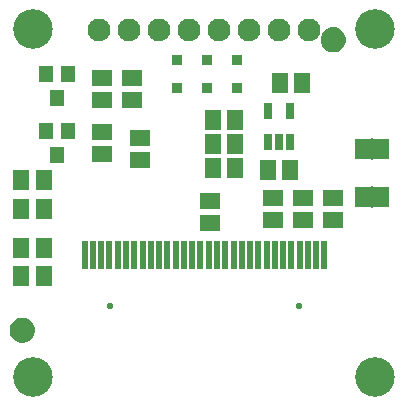
<source format=gbr>
G04 EAGLE Gerber RS-274X export*
G75*
%MOMM*%
%FSLAX34Y34*%
%LPD*%
%INSoldermask Bottom*%
%IPPOS*%
%AMOC8*
5,1,8,0,0,1.08239X$1,22.5*%
G01*
%ADD10R,0.502400X2.352400*%
%ADD11C,0.552400*%
%ADD12R,1.320800X1.752600*%
%ADD13R,0.152400X1.828800*%
%ADD14R,1.652400X1.452400*%
%ADD15R,0.702400X1.352400*%
%ADD16R,1.452400X1.652400*%
%ADD17R,0.952400X0.952400*%
%ADD18R,1.152400X1.422400*%
%ADD19C,1.930400*%
%ADD20C,3.352400*%

G36*
X286312Y305480D02*
X286312Y305480D01*
X286355Y305492D01*
X286421Y305499D01*
X288104Y305950D01*
X288145Y305969D01*
X288208Y305988D01*
X289788Y306725D01*
X289825Y306751D01*
X289884Y306780D01*
X291312Y307780D01*
X291343Y307812D01*
X291396Y307851D01*
X292629Y309084D01*
X292654Y309120D01*
X292700Y309168D01*
X293700Y310596D01*
X293718Y310637D01*
X293755Y310692D01*
X294492Y312272D01*
X294503Y312315D01*
X294530Y312376D01*
X294981Y314059D01*
X294983Y314090D01*
X294990Y314112D01*
X294990Y314127D01*
X295000Y314168D01*
X295152Y315905D01*
X295148Y315949D01*
X295152Y316015D01*
X295000Y317752D01*
X294988Y317795D01*
X294981Y317861D01*
X294530Y319544D01*
X294511Y319585D01*
X294492Y319648D01*
X293755Y321228D01*
X293729Y321265D01*
X293700Y321324D01*
X292700Y322752D01*
X292668Y322783D01*
X292629Y322836D01*
X291396Y324069D01*
X291360Y324094D01*
X291312Y324140D01*
X289884Y325140D01*
X289843Y325158D01*
X289788Y325195D01*
X288208Y325932D01*
X288165Y325943D01*
X288104Y325970D01*
X286421Y326421D01*
X286376Y326424D01*
X286312Y326440D01*
X284575Y326592D01*
X284531Y326588D01*
X284465Y326592D01*
X282728Y326440D01*
X282685Y326428D01*
X282619Y326421D01*
X280936Y325970D01*
X280895Y325951D01*
X280832Y325932D01*
X279252Y325195D01*
X279215Y325169D01*
X279156Y325140D01*
X277728Y324140D01*
X277697Y324108D01*
X277644Y324069D01*
X276411Y322836D01*
X276386Y322800D01*
X276340Y322752D01*
X275340Y321324D01*
X275322Y321283D01*
X275285Y321228D01*
X274548Y319648D01*
X274537Y319605D01*
X274510Y319544D01*
X274059Y317861D01*
X274056Y317816D01*
X274040Y317752D01*
X273888Y316015D01*
X273892Y315971D01*
X273888Y315905D01*
X274040Y314168D01*
X274052Y314125D01*
X274056Y314091D01*
X274056Y314075D01*
X274058Y314070D01*
X274059Y314059D01*
X274510Y312376D01*
X274529Y312335D01*
X274548Y312272D01*
X275285Y310692D01*
X275311Y310655D01*
X275340Y310596D01*
X276340Y309168D01*
X276372Y309137D01*
X276411Y309084D01*
X277644Y307851D01*
X277680Y307826D01*
X277728Y307780D01*
X279156Y306780D01*
X279197Y306762D01*
X279252Y306725D01*
X280832Y305988D01*
X280875Y305977D01*
X280936Y305950D01*
X282619Y305499D01*
X282664Y305496D01*
X282728Y305480D01*
X284465Y305328D01*
X284509Y305332D01*
X284575Y305328D01*
X286312Y305480D01*
G37*
G36*
X22902Y59520D02*
X22902Y59520D01*
X22945Y59532D01*
X23011Y59539D01*
X24694Y59990D01*
X24735Y60009D01*
X24798Y60028D01*
X26378Y60765D01*
X26415Y60791D01*
X26474Y60820D01*
X27902Y61820D01*
X27933Y61852D01*
X27986Y61891D01*
X29219Y63124D01*
X29244Y63160D01*
X29290Y63208D01*
X30290Y64636D01*
X30308Y64677D01*
X30345Y64732D01*
X31082Y66312D01*
X31093Y66355D01*
X31120Y66416D01*
X31571Y68099D01*
X31573Y68130D01*
X31580Y68152D01*
X31580Y68167D01*
X31590Y68208D01*
X31742Y69945D01*
X31738Y69989D01*
X31742Y70055D01*
X31590Y71792D01*
X31578Y71835D01*
X31571Y71901D01*
X31120Y73584D01*
X31101Y73625D01*
X31082Y73688D01*
X30345Y75268D01*
X30319Y75305D01*
X30290Y75364D01*
X29290Y76792D01*
X29258Y76823D01*
X29219Y76876D01*
X27986Y78109D01*
X27950Y78134D01*
X27902Y78180D01*
X26474Y79180D01*
X26433Y79198D01*
X26378Y79235D01*
X24798Y79972D01*
X24755Y79983D01*
X24694Y80010D01*
X23011Y80461D01*
X22966Y80464D01*
X22902Y80480D01*
X21165Y80632D01*
X21121Y80628D01*
X21055Y80632D01*
X19318Y80480D01*
X19275Y80468D01*
X19209Y80461D01*
X17526Y80010D01*
X17485Y79991D01*
X17422Y79972D01*
X15842Y79235D01*
X15805Y79209D01*
X15746Y79180D01*
X14318Y78180D01*
X14287Y78148D01*
X14234Y78109D01*
X13001Y76876D01*
X12976Y76840D01*
X12930Y76792D01*
X11930Y75364D01*
X11912Y75323D01*
X11875Y75268D01*
X11138Y73688D01*
X11127Y73645D01*
X11100Y73584D01*
X10649Y71901D01*
X10646Y71856D01*
X10630Y71792D01*
X10478Y70055D01*
X10482Y70011D01*
X10478Y69945D01*
X10630Y68208D01*
X10642Y68165D01*
X10646Y68131D01*
X10646Y68115D01*
X10648Y68110D01*
X10649Y68099D01*
X11100Y66416D01*
X11119Y66375D01*
X11138Y66312D01*
X11875Y64732D01*
X11901Y64695D01*
X11930Y64636D01*
X12930Y63208D01*
X12962Y63177D01*
X13001Y63124D01*
X14234Y61891D01*
X14270Y61866D01*
X14318Y61820D01*
X15746Y60820D01*
X15787Y60802D01*
X15842Y60765D01*
X17422Y60028D01*
X17465Y60017D01*
X17526Y59990D01*
X19209Y59539D01*
X19254Y59536D01*
X19318Y59520D01*
X21055Y59368D01*
X21099Y59372D01*
X21165Y59368D01*
X22902Y59520D01*
G37*
D10*
X74020Y133420D03*
X81020Y133420D03*
X88020Y133420D03*
X95020Y133420D03*
X102020Y133420D03*
X109020Y133420D03*
X116020Y133420D03*
X123020Y133420D03*
X130020Y133420D03*
X137020Y133420D03*
X144020Y133420D03*
X151020Y133420D03*
X158020Y133420D03*
X165020Y133420D03*
X172020Y133420D03*
X179020Y133420D03*
X186020Y133420D03*
X193020Y133420D03*
X200020Y133420D03*
X207020Y133420D03*
X214020Y133420D03*
X221020Y133420D03*
X228020Y133420D03*
X235020Y133420D03*
X242020Y133420D03*
X249020Y133420D03*
X256020Y133420D03*
X263020Y133420D03*
X270020Y133420D03*
X277020Y133420D03*
D11*
X95520Y90920D03*
X255520Y90920D03*
D12*
X325120Y223200D03*
X309880Y223200D03*
D13*
X317500Y223200D03*
D12*
X325120Y182400D03*
X309880Y182400D03*
D13*
X317500Y182400D03*
D14*
X180340Y179680D03*
X180340Y160680D03*
D15*
X248260Y229569D03*
X238760Y229569D03*
X229260Y229569D03*
X229260Y255571D03*
X248260Y255571D03*
D16*
X258420Y279400D03*
X239420Y279400D03*
X248260Y205740D03*
X229260Y205740D03*
D17*
X203200Y299020D03*
X203200Y275020D03*
X177800Y299020D03*
X177800Y275020D03*
X152400Y299020D03*
X152400Y275020D03*
D16*
X182270Y247650D03*
X201270Y247650D03*
X182270Y227330D03*
X201270Y227330D03*
X182270Y207010D03*
X201270Y207010D03*
D14*
X120650Y232940D03*
X120650Y213940D03*
X88900Y283820D03*
X88900Y264820D03*
X88900Y219020D03*
X88900Y238020D03*
X114300Y264820D03*
X114300Y283820D03*
D18*
X50800Y218520D03*
X60300Y238520D03*
X41300Y238520D03*
X50800Y266860D03*
X60300Y286860D03*
X41300Y286860D03*
D19*
X86100Y324300D03*
X111500Y324300D03*
X136900Y324300D03*
X162300Y324300D03*
X187700Y324300D03*
X213100Y324300D03*
X238500Y324300D03*
X263900Y324300D03*
D14*
X233680Y182220D03*
X233680Y163220D03*
D16*
X20320Y115880D03*
X39320Y115880D03*
X20320Y140010D03*
X39320Y140010D03*
D14*
X284480Y182220D03*
X284480Y163220D03*
D16*
X39320Y197080D03*
X20320Y197080D03*
D14*
X259080Y182220D03*
X259080Y163220D03*
D16*
X39320Y172950D03*
X20320Y172950D03*
D20*
X320000Y325000D03*
X30000Y30000D03*
X320000Y30000D03*
X30000Y325000D03*
M02*

</source>
